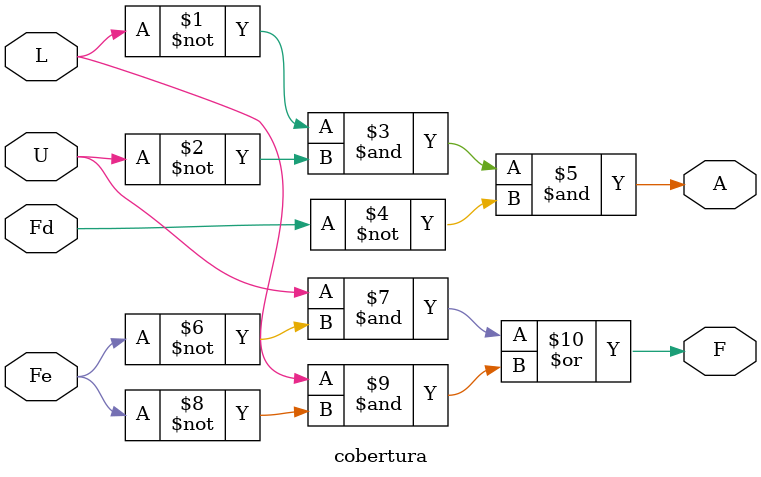
<source format=v>
module cobertura  (L, U, Fd, Fe, A, F);
    input L, U, Fd, Fe;
    output A, F;

    assign A = ~L&~U&~Fd;
    assign F = (U&~Fe) | (L&~Fe);

endmodule


</source>
